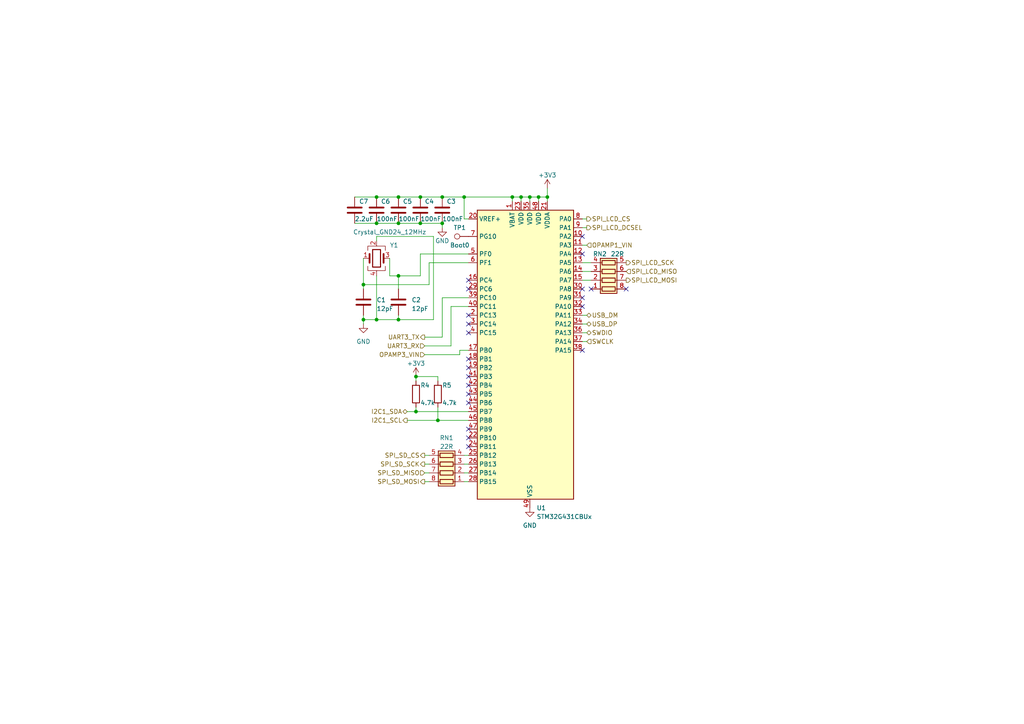
<source format=kicad_sch>
(kicad_sch (version 20230121) (generator eeschema)
  (paper "A4")
  (lib_symbols
    (symbol "Connector:TestPoint" (pin_numbers hide) (pin_names (offset 0.762) hide)
      (property "Reference" "TP" (at 0 6.858 0))
      (property "Value" "TestPoint" (at 0 5.08 0))
      (symbol "TestPoint_0_1"
        (circle (center 0 3.302) (radius 0.762))
      )
      (symbol "TestPoint_1_1"
        (pin passive line (at 0 0 90) (length 2.54) (name "1") (number "1"))
      )
    )
    (symbol "Device:C" (pin_numbers hide) (pin_names (offset 0.254))
      (property "Reference" "C" (at 0.635 2.54 0))
      (property "Value" "C" (at 0.635 -2.54 0))
      (symbol "C_0_1"
        (polyline (pts (xy -2.032 -0.762) (xy 2.032 -0.762)) (stroke (width 0.508)))
        (polyline (pts (xy -2.032 0.762) (xy 2.032 0.762)) (stroke (width 0.508)))
      )
      (symbol "C_1_1"
        (pin passive line (at 0 3.81 270) (length 2.794) (name "~") (number "1"))
        (pin passive line (at 0 -3.81 90) (length 2.794) (name "~") (number "2"))
      )
    )
    (symbol "Device:Crystal_GND24" (pin_names (offset 1.016) hide)
      (property "Reference" "Y" (at 3.175 5.08 0))
      (property "Value" "Crystal_GND24" (at 3.175 3.175 0))
      (symbol "Crystal_GND24_0_1"
        (rectangle (start -1.143 2.54) (end 1.143 -2.54) (stroke (width 0.3048)))
        (polyline (pts (xy -2.54 0) (xy -2.032 0)))
        (polyline (pts (xy -2.032 -1.27) (xy -2.032 1.27)) (stroke (width 0.508)))
        (polyline (pts (xy 0 -3.81) (xy 0 -3.556)))
        (polyline (pts (xy 0 3.556) (xy 0 3.81)))
        (polyline (pts (xy 2.032 -1.27) (xy 2.032 1.27)) (stroke (width 0.508)))
        (polyline (pts (xy 2.032 0) (xy 2.54 0)))
        (polyline (pts (xy -2.54 -2.286) (xy -2.54 -3.556) (xy 2.54 -3.556) (xy 2.54 -2.286)))
        (polyline (pts (xy -2.54 2.286) (xy -2.54 3.556) (xy 2.54 3.556) (xy 2.54 2.286)))
      )
      (symbol "Crystal_GND24_1_1"
        (pin passive line (at -3.81 0 0) (length 1.27) (name "1") (number "1"))
        (pin passive line (at 0 5.08 270) (length 1.27) (name "2") (number "2"))
        (pin passive line (at 3.81 0 180) (length 1.27) (name "3") (number "3"))
        (pin passive line (at 0 -5.08 90) (length 1.27) (name "4") (number "4"))
      )
    )
    (symbol "Device:R" (pin_numbers hide) (pin_names (offset 0))
      (property "Reference" "R" (at 2.032 0 90))
      (property "Value" "R" (at 0 0 90))
      (symbol "R_0_1"
        (rectangle (start -1.016 -2.54) (end 1.016 2.54) (stroke (width 0.254)))
      )
      (symbol "R_1_1"
        (pin passive line (at 0 3.81 270) (length 1.27) (name "~") (number "1"))
        (pin passive line (at 0 -3.81 90) (length 1.27) (name "~") (number "2"))
      )
    )
    (symbol "Device:R_Pack04" (pin_names (offset 0) hide)
      (property "Reference" "RN" (at -7.62 0 90))
      (property "Value" "R_Pack04" (at 5.08 0 90))
      (symbol "R_Pack04_0_1"
        (rectangle (start -6.35 -2.413) (end 3.81 2.413) (stroke (width 0.254)) (fill (type background)))
        (rectangle (start -5.715 1.905) (end -4.445 -1.905) (stroke (width 0.254)))
        (rectangle (start -3.175 1.905) (end -1.905 -1.905) (stroke (width 0.254)))
        (rectangle (start -0.635 1.905) (end 0.635 -1.905) (stroke (width 0.254)))
        (polyline (pts (xy -5.08 -2.54) (xy -5.08 -1.905)))
        (polyline (pts (xy -5.08 1.905) (xy -5.08 2.54)))
        (polyline (pts (xy -2.54 -2.54) (xy -2.54 -1.905)))
        (polyline (pts (xy -2.54 1.905) (xy -2.54 2.54)))
        (polyline (pts (xy 0 -2.54) (xy 0 -1.905)))
        (polyline (pts (xy 0 1.905) (xy 0 2.54)))
        (polyline (pts (xy 2.54 -2.54) (xy 2.54 -1.905)))
        (polyline (pts (xy 2.54 1.905) (xy 2.54 2.54)))
        (rectangle (start 1.905 1.905) (end 3.175 -1.905) (stroke (width 0.254)))
      )
      (symbol "R_Pack04_1_1"
        (pin passive line (at -5.08 -5.08 90) (length 2.54) (name "R1.1") (number "1"))
        (pin passive line (at -2.54 -5.08 90) (length 2.54) (name "R2.1") (number "2"))
        (pin passive line (at 0 -5.08 90) (length 2.54) (name "R3.1") (number "3"))
        (pin passive line (at 2.54 -5.08 90) (length 2.54) (name "R4.1") (number "4"))
        (pin passive line (at 2.54 5.08 270) (length 2.54) (name "R4.2") (number "5"))
        (pin passive line (at 0 5.08 270) (length 2.54) (name "R3.2") (number "6"))
        (pin passive line (at -2.54 5.08 270) (length 2.54) (name "R2.2") (number "7"))
        (pin passive line (at -5.08 5.08 270) (length 2.54) (name "R1.2") (number "8"))
      )
    )
    (symbol "MCU_ST_STM32G4:STM32G431CBUx"
      (property "Reference" "U" (at -12.7 44.45 0))
      (property "Value" "STM32G431CBUx" (at 10.16 44.45 0))
      (symbol "STM32G431CBUx_0_1"
        (rectangle (start -12.7 -40.64) (end 15.24 43.18) (stroke (width 0.254)) (fill (type background)))
      )
      (symbol "STM32G431CBUx_1_1"
        (pin power_in line (at -2.54 45.72 270) (length 2.54) (name "VBAT") (number "1"))
        (pin bidirectional line (at 17.78 35.56 180) (length 2.54) (name "PA2") (number "10"))
        (pin bidirectional line (at 17.78 33.02 180) (length 2.54) (name "PA3") (number "11"))
        (pin bidirectional line (at 17.78 30.48 180) (length 2.54) (name "PA4") (number "12"))
        (pin bidirectional line (at 17.78 27.94 180) (length 2.54) (name "PA5") (number "13"))
        (pin bidirectional line (at 17.78 25.4 180) (length 2.54) (name "PA6") (number "14"))
        (pin bidirectional line (at 17.78 22.86 180) (length 2.54) (name "PA7") (number "15"))
        (pin bidirectional line (at -15.24 22.86 0) (length 2.54) (name "PC4") (number "16"))
        (pin bidirectional line (at -15.24 2.54 0) (length 2.54) (name "PB0") (number "17"))
        (pin bidirectional line (at -15.24 0 0) (length 2.54) (name "PB1") (number "18"))
        (pin bidirectional line (at -15.24 -2.54 0) (length 2.54) (name "PB2") (number "19"))
        (pin bidirectional line (at -15.24 12.7 0) (length 2.54) (name "PC13") (number "2"))
        (pin input line (at -15.24 40.64 0) (length 2.54) (name "VREF+") (number "20"))
        (pin power_in line (at 7.62 45.72 270) (length 2.54) (name "VDDA") (number "21"))
        (pin bidirectional line (at -15.24 -22.86 0) (length 2.54) (name "PB10") (number "22"))
        (pin power_in line (at 0 45.72 270) (length 2.54) (name "VDD") (number "23"))
        (pin bidirectional line (at -15.24 -25.4 0) (length 2.54) (name "PB11") (number "24"))
        (pin bidirectional line (at -15.24 -27.94 0) (length 2.54) (name "PB12") (number "25"))
        (pin bidirectional line (at -15.24 -30.48 0) (length 2.54) (name "PB13") (number "26"))
        (pin bidirectional line (at -15.24 -33.02 0) (length 2.54) (name "PB14") (number "27"))
        (pin bidirectional line (at -15.24 -35.56 0) (length 2.54) (name "PB15") (number "28"))
        (pin bidirectional line (at -15.24 20.32 0) (length 2.54) (name "PC6") (number "29"))
        (pin bidirectional line (at -15.24 10.16 0) (length 2.54) (name "PC14") (number "3"))
        (pin bidirectional line (at 17.78 20.32 180) (length 2.54) (name "PA8") (number "30"))
        (pin bidirectional line (at 17.78 17.78 180) (length 2.54) (name "PA9") (number "31"))
        (pin bidirectional line (at 17.78 15.24 180) (length 2.54) (name "PA10") (number "32"))
        (pin bidirectional line (at 17.78 12.7 180) (length 2.54) (name "PA11") (number "33"))
        (pin bidirectional line (at 17.78 10.16 180) (length 2.54) (name "PA12") (number "34"))
        (pin power_in line (at 2.54 45.72 270) (length 2.54) (name "VDD") (number "35"))
        (pin bidirectional line (at 17.78 7.62 180) (length 2.54) (name "PA13") (number "36"))
        (pin bidirectional line (at 17.78 5.08 180) (length 2.54) (name "PA14") (number "37"))
        (pin bidirectional line (at 17.78 2.54 180) (length 2.54) (name "PA15") (number "38"))
        (pin bidirectional line (at -15.24 17.78 0) (length 2.54) (name "PC10") (number "39"))
        (pin bidirectional line (at -15.24 7.62 0) (length 2.54) (name "PC15") (number "4"))
        (pin bidirectional line (at -15.24 15.24 0) (length 2.54) (name "PC11") (number "40"))
        (pin bidirectional line (at -15.24 -5.08 0) (length 2.54) (name "PB3") (number "41"))
        (pin bidirectional line (at -15.24 -7.62 0) (length 2.54) (name "PB4") (number "42"))
        (pin bidirectional line (at -15.24 -10.16 0) (length 2.54) (name "PB5") (number "43"))
        (pin bidirectional line (at -15.24 -12.7 0) (length 2.54) (name "PB6") (number "44"))
        (pin bidirectional line (at -15.24 -15.24 0) (length 2.54) (name "PB7") (number "45"))
        (pin bidirectional line (at -15.24 -17.78 0) (length 2.54) (name "PB8") (number "46"))
        (pin bidirectional line (at -15.24 -20.32 0) (length 2.54) (name "PB9") (number "47"))
        (pin power_in line (at 5.08 45.72 270) (length 2.54) (name "VDD") (number "48"))
        (pin power_in line (at 2.54 -43.18 90) (length 2.54) (name "VSS") (number "49"))
        (pin bidirectional line (at -15.24 30.48 0) (length 2.54) (name "PF0") (number "5"))
        (pin bidirectional line (at -15.24 27.94 0) (length 2.54) (name "PF1") (number "6"))
        (pin bidirectional line (at -15.24 35.56 0) (length 2.54) (name "PG10") (number "7"))
        (pin bidirectional line (at 17.78 40.64 180) (length 2.54) (name "PA0") (number "8"))
        (pin bidirectional line (at 17.78 38.1 180) (length 2.54) (name "PA1") (number "9"))
      )
    )
    (symbol "power:+3V3" (power) (pin_names (offset 0))
      (property "Value" "+3V3" (at 0 3.556 0))
      (symbol "+3V3_0_1"
        (polyline (pts (xy -0.762 1.27) (xy 0 2.54)))
        (polyline (pts (xy 0 0) (xy 0 2.54)))
        (polyline (pts (xy 0 2.54) (xy 0.762 1.27)))
      )
      (symbol "+3V3_1_1"
        (pin power_in line (at 0 0 90) (length 0) hide (name "+3V3") (number "1"))
      )
    )
    (symbol "power:GND" (power) (pin_names (offset 0))
      (property "Value" "GND" (at 0 -3.81 0))
      (symbol "GND_0_1"
        (polyline (pts (xy 0 0) (xy 0 -1.27) (xy 1.27 -1.27) (xy 0 -2.54) (xy -1.27 -1.27) (xy 0 -1.27)))
      )
      (symbol "GND_1_1"
        (pin power_in line (at 0 0 270) (length 0) hide (name "GND") (number "1"))
      )
    )
  )
  (junction (at 115.57 64.77))
  (junction (at 148.59 57.15))
  (junction (at 115.57 80.01))
  (junction (at 109.22 92.71))
  (junction (at 105.41 92.71))
  (junction (at 109.22 64.77))
  (junction (at 151.13 57.15))
  (junction (at 158.75 57.15))
  (junction (at 115.57 92.71))
  (junction (at 115.57 57.15))
  (junction (at 121.92 64.77))
  (junction (at 109.22 57.15))
  (junction (at 153.67 57.15))
  (junction (at 127 121.92))
  (junction (at 128.27 64.77))
  (junction (at 120.65 109.22))
  (junction (at 121.92 57.15))
  (junction (at 128.27 57.15))
  (junction (at 156.21 57.15))
  (junction (at 134.62 57.15))
  (junction (at 105.41 82.55))
  (junction (at 120.65 119.38))
  (no_connect (at 135.89 96.52))
  (no_connect (at 135.89 91.44))
  (no_connect (at 135.89 93.98))
  (no_connect (at 168.91 86.36))
  (no_connect (at 181.61 83.82))
  (no_connect (at 168.91 83.82))
  (no_connect (at 135.89 104.14))
  (no_connect (at 168.91 73.66))
  (no_connect (at 135.89 111.76))
  (no_connect (at 135.89 129.54))
  (no_connect (at 135.89 106.68))
  (no_connect (at 168.91 101.6))
  (no_connect (at 135.89 116.84))
  (no_connect (at 168.91 68.58))
  (no_connect (at 135.89 114.3))
  (no_connect (at 135.89 127))
  (no_connect (at 168.91 88.9))
  (no_connect (at 135.89 109.22))
  (no_connect (at 171.45 83.82))
  (no_connect (at 135.89 124.46))
  (no_connect (at 135.89 81.28))
  (no_connect (at 135.89 83.82))
  (wire (pts (xy 170.18 96.52) (xy 168.91 96.52)))
  (wire (pts (xy 120.65 109.22) (xy 127 109.22)))
  (wire (pts (xy 158.75 57.15) (xy 158.75 58.42)))
  (wire (pts (xy 109.22 92.71) (xy 105.41 92.71)))
  (wire (pts (xy 125.73 92.71) (xy 115.57 92.71)))
  (wire (pts (xy 128.27 86.36) (xy 135.89 86.36)))
  (wire (pts (xy 127 118.11) (xy 127 121.92)))
  (wire (pts (xy 170.18 66.04) (xy 168.91 66.04)))
  (wire (pts (xy 156.21 57.15) (xy 153.67 57.15)))
  (wire (pts (xy 123.19 132.08) (xy 124.46 132.08)))
  (wire (pts (xy 127 121.92) (xy 135.89 121.92)))
  (wire (pts (xy 168.91 81.28) (xy 171.45 81.28)))
  (wire (pts (xy 168.91 78.74) (xy 171.45 78.74)))
  (wire (pts (xy 115.57 64.77) (xy 121.92 64.77)))
  (wire (pts (xy 170.18 91.44) (xy 168.91 91.44)))
  (wire (pts (xy 135.89 101.6) (xy 133.35 101.6)))
  (wire (pts (xy 121.92 64.77) (xy 128.27 64.77)))
  (wire (pts (xy 109.22 68.58) (xy 125.73 68.58)))
  (wire (pts (xy 134.62 134.62) (xy 135.89 134.62)))
  (wire (pts (xy 135.89 76.2) (xy 124.46 76.2)))
  (wire (pts (xy 170.18 63.5) (xy 168.91 63.5)))
  (wire (pts (xy 109.22 69.85) (xy 109.22 68.58)))
  (wire (pts (xy 148.59 57.15) (xy 134.62 57.15)))
  (wire (pts (xy 109.22 80.01) (xy 109.22 92.71)))
  (wire (pts (xy 158.75 57.15) (xy 156.21 57.15)))
  (wire (pts (xy 115.57 57.15) (xy 121.92 57.15)))
  (wire (pts (xy 170.18 93.98) (xy 168.91 93.98)))
  (wire (pts (xy 168.91 76.2) (xy 171.45 76.2)))
  (wire (pts (xy 115.57 80.01) (xy 121.92 80.01)))
  (wire (pts (xy 127 110.49) (xy 127 109.22)))
  (wire (pts (xy 115.57 92.71) (xy 115.57 91.44)))
  (wire (pts (xy 124.46 76.2) (xy 124.46 82.55)))
  (wire (pts (xy 102.87 57.15) (xy 109.22 57.15)))
  (wire (pts (xy 135.89 88.9) (xy 130.81 88.9)))
  (wire (pts (xy 113.03 80.01) (xy 115.57 80.01)))
  (wire (pts (xy 123.19 102.87) (xy 133.35 102.87)))
  (wire (pts (xy 102.87 64.77) (xy 109.22 64.77)))
  (wire (pts (xy 105.41 82.55) (xy 105.41 74.93)))
  (wire (pts (xy 124.46 82.55) (xy 105.41 82.55)))
  (wire (pts (xy 105.41 92.71) (xy 105.41 91.44)))
  (wire (pts (xy 151.13 57.15) (xy 148.59 57.15)))
  (wire (pts (xy 134.62 57.15) (xy 134.62 63.5)))
  (wire (pts (xy 133.35 101.6) (xy 133.35 102.87)))
  (wire (pts (xy 125.73 68.58) (xy 125.73 92.71)))
  (wire (pts (xy 170.18 99.06) (xy 168.91 99.06)))
  (wire (pts (xy 134.62 139.7) (xy 135.89 139.7)))
  (wire (pts (xy 120.65 109.22) (xy 120.65 110.49)))
  (wire (pts (xy 153.67 57.15) (xy 153.67 58.42)))
  (wire (pts (xy 113.03 74.93) (xy 113.03 80.01)))
  (wire (pts (xy 158.75 54.61) (xy 158.75 57.15)))
  (wire (pts (xy 123.19 139.7) (xy 124.46 139.7)))
  (wire (pts (xy 134.62 132.08) (xy 135.89 132.08)))
  (wire (pts (xy 156.21 57.15) (xy 156.21 58.42)))
  (wire (pts (xy 134.62 137.16) (xy 135.89 137.16)))
  (wire (pts (xy 120.65 119.38) (xy 135.89 119.38)))
  (wire (pts (xy 134.62 63.5) (xy 135.89 63.5)))
  (wire (pts (xy 128.27 64.77) (xy 128.27 66.04)))
  (wire (pts (xy 128.27 97.79) (xy 128.27 86.36)))
  (wire (pts (xy 109.22 64.77) (xy 115.57 64.77)))
  (wire (pts (xy 118.11 121.92) (xy 127 121.92)))
  (wire (pts (xy 109.22 92.71) (xy 115.57 92.71)))
  (wire (pts (xy 151.13 57.15) (xy 151.13 58.42)))
  (wire (pts (xy 153.67 57.15) (xy 151.13 57.15)))
  (wire (pts (xy 130.81 100.33) (xy 123.19 100.33)))
  (wire (pts (xy 121.92 73.66) (xy 121.92 80.01)))
  (wire (pts (xy 135.89 73.66) (xy 121.92 73.66)))
  (wire (pts (xy 120.65 118.11) (xy 120.65 119.38)))
  (wire (pts (xy 123.19 97.79) (xy 128.27 97.79)))
  (wire (pts (xy 123.19 134.62) (xy 124.46 134.62)))
  (wire (pts (xy 109.22 57.15) (xy 115.57 57.15)))
  (wire (pts (xy 105.41 92.71) (xy 105.41 93.98)))
  (wire (pts (xy 148.59 57.15) (xy 148.59 58.42)))
  (wire (pts (xy 121.92 57.15) (xy 128.27 57.15)))
  (wire (pts (xy 118.11 119.38) (xy 120.65 119.38)))
  (wire (pts (xy 128.27 57.15) (xy 134.62 57.15)))
  (wire (pts (xy 105.41 82.55) (xy 105.41 83.82)))
  (wire (pts (xy 115.57 80.01) (xy 115.57 83.82)))
  (wire (pts (xy 170.18 71.12) (xy 168.91 71.12)))
  (wire (pts (xy 123.19 137.16) (xy 124.46 137.16)))
  (wire (pts (xy 130.81 88.9) (xy 130.81 100.33)))
  (hierarchical_label "UART3_TX" (shape output) (at 123.19 97.79 180))
  (hierarchical_label "SWCLK" (shape input) (at 170.18 99.06 0))
  (hierarchical_label "UART3_RX" (shape input) (at 123.19 100.33 180))
  (hierarchical_label "SPI_LCD_MISO" (shape input) (at 181.61 78.74 0))
  (hierarchical_label "USB_DP" (shape bidirectional) (at 170.18 93.98 0))
  (hierarchical_label "SPI_LCD_DCSEL" (shape output) (at 170.18 66.04 0))
  (hierarchical_label "SWDIO" (shape bidirectional) (at 170.18 96.52 0))
  (hierarchical_label "SPI_SD_MOSI" (shape output) (at 123.19 139.7 180))
  (hierarchical_label "SPI_LCD_SCK" (shape output) (at 181.61 76.2 0))
  (hierarchical_label "USB_DM" (shape bidirectional) (at 170.18 91.44 0))
  (hierarchical_label "SPI_SD_MISO" (shape input) (at 123.19 137.16 180))
  (hierarchical_label "SPI_SD_SCK" (shape output) (at 123.19 134.62 180))
  (hierarchical_label "SPI_LCD_MOSI" (shape output) (at 181.61 81.28 0))
  (hierarchical_label "SPI_LCD_CS" (shape output) (at 170.18 63.5 0))
  (hierarchical_label "I2C1_SDA" (shape bidirectional) (at 118.11 119.38 180))
  (hierarchical_label "I2C1_SCL" (shape output) (at 118.11 121.92 180))
  (hierarchical_label "OPAMP3_VIN" (shape input) (at 123.19 102.87 180))
  (hierarchical_label "SPI_SD_CS" (shape output) (at 123.19 132.08 180))
  (hierarchical_label "OPAMP1_VIN" (shape input) (at 170.18 71.12 0))
  (symbol (lib_id "MCU_ST_STM32G4:STM32G431CBUx") (at 151.13 104.14 0) (unit 1)
    (property "Reference" "U1" (at 155.6259 147.32 0) (effects (justify left)))
    (property "Value" "STM32G431CBUx" (at 155.6259 149.86 0) (effects (justify left)))
    (property "Footprint" "Package_DFN_QFN:QFN-48-1EP_7x7mm_P0.5mm_EP5.3x5.3mm" (effects hide))
    (property "Datasheet" "https://www.st.com/resource/en/datasheet/stm32g431cb.pdf" (effects hide))
  )
  (symbol (lib_id "Device:C") (at 102.87 60.96 0) (unit 1)
    (property "Reference" "C7" (at 104.14 58.42 0) (effects (justify left)))
    (property "Value" "2.2uF" (at 102.87 63.5 0) (effects (justify left)))
    (property "Footprint" "Capacitor_SMD:C_0603_1608Metric" (effects hide))
    (instances (project "IR-HeatCam-G431-Demo" (path "" (reference "C7") (unit 1)) (path "" (reference "C1") (unit 1))))
  )
  (symbol (lib_id "power:GND") (at 105.41 93.98 0) (unit 1)
    (property "Reference" "#PWR02" (effects hide))
    (property "Value" "GND" (at 105.41 99.06 0))
    (instances (project "IR-HeatCam-G431-Demo" (path "" (reference "#PWR02") (unit 1)) (path "" (reference "#PWR01") (unit 1))))
  )
  (symbol (lib_id "Device:C") (at 121.92 60.96 0) (unit 1)
    (property "Reference" "C4" (at 123.19 58.42 0) (effects (justify left)))
    (property "Value" "100nF" (at 121.92 63.5 0) (effects (justify left)))
    (property "Footprint" "Capacitor_SMD:C_0603_1608Metric" (effects hide))
    (instances (project "IR-HeatCam-G431-Demo" (path "" (reference "C4") (unit 1)) (path "" (reference "C6") (unit 1))))
  )
  (symbol (lib_id "Device:C") (at 115.57 87.63 0) (unit 1)
    (property "Reference" "C2" (at 119.38 86.995 0) (effects (justify left)))
    (property "Value" "12pF" (at 119.38 89.535 0) (effects (justify left)))
    (property "Footprint" "Capacitor_SMD:C_0603_1608Metric" (effects hide))
    (instances (project "IR-HeatCam-G431-Demo" (path "" (reference "C2") (unit 1)) (path "" (reference "C5") (unit 1))))
  )
  (symbol (lib_id "Device:R") (at 120.65 114.3 0) (unit 1)
    (property "Reference" "R4" (at 121.92 111.76 0) (effects (justify left)))
    (property "Value" "4.7k" (at 121.92 116.84 0) (effects (justify left)))
    (property "Footprint" "Resistor_SMD:R_0603_1608Metric" (effects hide))
  )
  (symbol (lib_id "Device:R_Pack04") (at 129.54 134.62 90) (unit 1)
    (property "Reference" "RN1" (at 129.54 127 90))
    (property "Value" "22R" (at 129.54 129.54 90))
    (property "Footprint" "Resistor_SMD:R_Array_Concave_4x0603" (effects hide))
  )
  (symbol (lib_id "power:+3V3") (at 120.65 109.22 0) (unit 1)
    (property "Reference" "#PWR03" (effects hide))
    (property "Value" "+3V3" (at 120.65 105.41 0))
    (instances (project "IR-HeatCam-G431-Demo" (path "" (reference "#PWR03") (unit 1)) (path "" (reference "#PWR012") (unit 1))))
  )
  (symbol (lib_id "Connector:TestPoint") (at 135.89 68.58 90) (unit 1)
    (property "Reference" "TP1" (at 133.35 66.04 90))
    (property "Value" "Boot0" (at 133.35 71.12 90))
    (property "Footprint" "Connector_PinHeader_1.27mm:PinHeader_1x01_P1.27mm_Vertical" (effects hide))
  )
  (symbol (lib_id "Device:R") (at 127 114.3 0) (unit 1)
    (property "Reference" "R5" (at 128.27 111.76 0) (effects (justify left)))
    (property "Value" "4.7k" (at 128.27 116.84 0) (effects (justify left)))
    (property "Footprint" "Resistor_SMD:R_0603_1608Metric" (effects hide))
  )
  (symbol (lib_id "Device:C") (at 115.57 60.96 0) (unit 1)
    (property "Reference" "C5" (at 116.84 58.42 0) (effects (justify left)))
    (property "Value" "100nF" (at 115.57 63.5 0) (effects (justify left)))
    (property "Footprint" "Capacitor_SMD:C_0603_1608Metric" (effects hide))
    (instances (project "IR-HeatCam-G431-Demo" (path "" (reference "C5") (unit 1)) (path "" (reference "C4") (unit 1))))
  )
  (symbol (lib_id "power:GND") (at 128.27 66.04 0) (unit 1)
    (property "Reference" "#PWR04" (effects hide))
    (property "Value" "GND" (at 128.27 69.85 0))
    (instances (project "IR-HeatCam-G431-Demo" (path "" (reference "#PWR04") (unit 1)) (path "" (reference "#PWR02") (unit 1))))
  )
  (symbol (lib_id "Device:C") (at 109.22 60.96 0) (unit 1)
    (property "Reference" "C6" (at 110.49 58.42 0) (effects (justify left)))
    (property "Value" "100nF" (at 109.22 63.5 0) (effects (justify left)))
    (property "Footprint" "Capacitor_SMD:C_0603_1608Metric" (effects hide))
    (instances (project "IR-HeatCam-G431-Demo" (path "" (reference "C6") (unit 1)) (path "" (reference "C3") (unit 1))))
  )
  (symbol (lib_id "Device:Crystal_GND24") (at 109.22 74.93 0) (unit 1)
    (property "Reference" "Y1" (at 114.3 71.12 0))
    (property "Value" "Crystal_GND24_12MHz" (at 113.03 67.31 0))
    (property "Footprint" "Crystal:Crystal_SMD_3225-4Pin_3.2x2.5mm" (effects hide))
  )
  (symbol (lib_id "power:GND") (at 153.67 147.32 0) (unit 1)
    (property "Reference" "#PWR01" (effects hide))
    (property "Value" "GND" (at 153.67 152.4 0))
    (instances (project "IR-HeatCam-G431-Demo" (path "" (reference "#PWR01") (unit 1)) (path "" (reference "#PWR03") (unit 1))))
  )
  (symbol (lib_id "Device:C") (at 128.27 60.96 0) (unit 1)
    (property "Reference" "C3" (at 129.54 58.42 0) (effects (justify left)))
    (property "Value" "100nF" (at 128.27 63.5 0) (effects (justify left)))
    (property "Footprint" "Capacitor_SMD:C_0603_1608Metric" (effects hide))
    (instances (project "IR-HeatCam-G431-Demo" (path "" (reference "C3") (unit 1)) (path "" (reference "C7") (unit 1))))
  )
  (symbol (lib_id "power:+3V3") (at 158.75 54.61 0) (unit 1)
    (property "Reference" "#PWR03" (effects hide))
    (property "Value" "+3V3" (at 158.75 50.8 0))
    (instances (project "IR-HeatCam-G431-Demo" (path "" (reference "#PWR03") (unit 1)) (path "" (reference "#PWR04") (unit 1))))
  )
  (symbol (lib_id "Device:R_Pack04") (at 176.53 78.74 270) (mirror x) (unit 1)
    (property "Reference" "RN2" (at 173.99 73.66 90))
    (property "Value" "22R" (at 179.07 73.66 90))
    (property "Footprint" "Resistor_SMD:R_Array_Concave_4x0603" (effects hide))
  )
  (symbol (lib_id "Device:C") (at 105.41 87.63 0) (unit 1)
    (property "Reference" "C1" (at 109.22 86.995 0) (effects (justify left)))
    (property "Value" "12pF" (at 109.22 89.535 0) (effects (justify left)))
    (property "Footprint" "Capacitor_SMD:C_0603_1608Metric" (effects hide))
    (instances (project "IR-HeatCam-G431-Demo" (path "" (reference "C1") (unit 1)) (path "" (reference "C2") (unit 1))))
  )
)
</source>
